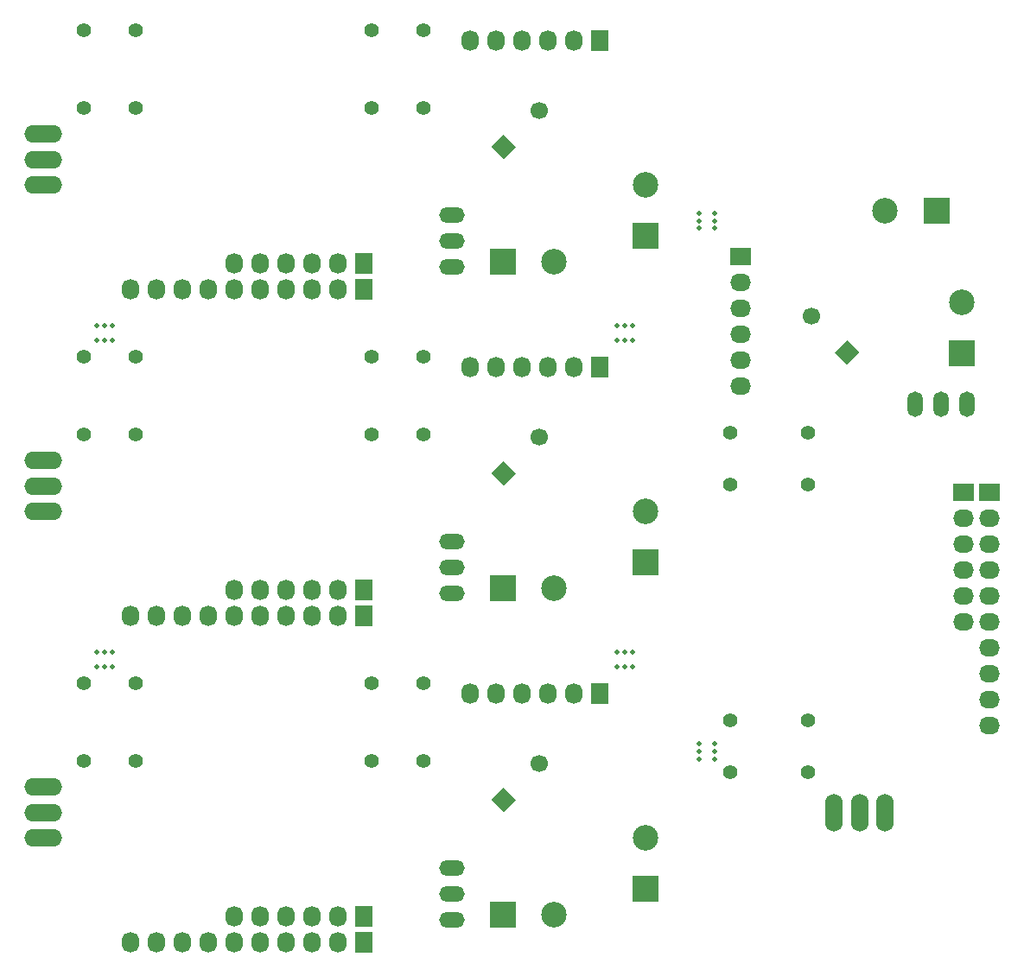
<source format=gbs>
G04 #@! TF.FileFunction,Soldermask,Bot*
%FSLAX46Y46*%
G04 Gerber Fmt 4.6, Leading zero omitted, Abs format (unit mm)*
G04 Created by KiCad (PCBNEW 4.0.2-stable) date Saturday, November 26, 2016 'pmt' 01:20:35 pm*
%MOMM*%
G01*
G04 APERTURE LIST*
%ADD10C,0.100000*%
%ADD11C,0.500000*%
%ADD12R,2.032000X1.727200*%
%ADD13O,2.032000X1.727200*%
%ADD14C,1.397000*%
%ADD15O,1.501140X2.499360*%
%ADD16R,2.500000X2.500000*%
%ADD17C,2.500000*%
%ADD18O,1.700000X3.700000*%
%ADD19C,1.700000*%
%ADD20O,3.700000X1.700000*%
%ADD21R,1.727200X2.032000*%
%ADD22O,1.727200X2.032000*%
%ADD23O,2.499360X1.501140*%
G04 APERTURE END LIST*
D10*
D11*
X136250000Y-108000000D03*
X137750000Y-108000000D03*
X136250000Y-107250000D03*
X136250000Y-108750000D03*
X137750000Y-108750000D03*
X137750000Y-107250000D03*
X136250000Y-56000000D03*
X137750000Y-56000000D03*
X136250000Y-55250000D03*
X136250000Y-56750000D03*
X137750000Y-56750000D03*
X137750000Y-55250000D03*
X129000000Y-66250000D03*
X129000000Y-67750000D03*
X129750000Y-66250000D03*
X128250000Y-66250000D03*
X128250000Y-67750000D03*
X129750000Y-67750000D03*
X129000000Y-98250000D03*
X129000000Y-99750000D03*
X129750000Y-98250000D03*
X128250000Y-98250000D03*
X128250000Y-99750000D03*
X129750000Y-99750000D03*
X78000000Y-98250000D03*
X78000000Y-99750000D03*
X78750000Y-98250000D03*
X77250000Y-98250000D03*
X77250000Y-99750000D03*
X78750000Y-99750000D03*
D12*
X164738000Y-82622000D03*
D13*
X164738000Y-85162000D03*
X164738000Y-87702000D03*
X164738000Y-90242000D03*
X164738000Y-92782000D03*
X164738000Y-95322000D03*
X164738000Y-97862000D03*
X164738000Y-100402000D03*
X164738000Y-102942000D03*
X164738000Y-105482000D03*
D14*
X139338000Y-81860000D03*
X139338000Y-76780000D03*
X146958000Y-81860000D03*
X146958000Y-76780000D03*
X146958000Y-104974000D03*
X146958000Y-110054000D03*
X139338000Y-104974000D03*
X139338000Y-110054000D03*
D15*
X160000000Y-74000000D03*
X162540000Y-74000000D03*
X157460000Y-74000000D03*
D16*
X162000000Y-69000000D03*
D17*
X162000000Y-64000000D03*
D12*
X162198000Y-82622000D03*
D13*
X162198000Y-85162000D03*
X162198000Y-87702000D03*
X162198000Y-90242000D03*
X162198000Y-92782000D03*
X162198000Y-95322000D03*
D12*
X140354000Y-59508000D03*
D13*
X140354000Y-62048000D03*
X140354000Y-64588000D03*
X140354000Y-67128000D03*
X140354000Y-69668000D03*
X140354000Y-72208000D03*
D18*
X154500000Y-114000000D03*
X152000000Y-114000000D03*
X149500000Y-114000000D03*
D16*
X159500000Y-55000000D03*
D17*
X154500000Y-55000000D03*
D19*
X147232466Y-65370466D03*
D10*
G36*
X151970082Y-68906000D02*
X150768000Y-70108082D01*
X149565918Y-68906000D01*
X150768000Y-67703918D01*
X151970082Y-68906000D01*
X151970082Y-68906000D01*
G37*
D19*
X120629534Y-109232466D03*
D10*
G36*
X117094000Y-113970082D02*
X115891918Y-112768000D01*
X117094000Y-111565918D01*
X118296082Y-112768000D01*
X117094000Y-113970082D01*
X117094000Y-113970082D01*
G37*
D16*
X131000000Y-121500000D03*
D17*
X131000000Y-116500000D03*
D20*
X72000000Y-116500000D03*
X72000000Y-114000000D03*
X72000000Y-111500000D03*
D21*
X126492000Y-102354000D03*
D22*
X123952000Y-102354000D03*
X121412000Y-102354000D03*
X118872000Y-102354000D03*
X116332000Y-102354000D03*
X113792000Y-102354000D03*
D21*
X103378000Y-124198000D03*
D22*
X100838000Y-124198000D03*
X98298000Y-124198000D03*
X95758000Y-124198000D03*
X93218000Y-124198000D03*
X90678000Y-124198000D03*
D16*
X117000000Y-124000000D03*
D17*
X122000000Y-124000000D03*
D23*
X112000000Y-122000000D03*
X112000000Y-124540000D03*
X112000000Y-119460000D03*
D14*
X81026000Y-108958000D03*
X75946000Y-108958000D03*
X81026000Y-101338000D03*
X75946000Y-101338000D03*
X104140000Y-101338000D03*
X109220000Y-101338000D03*
X104140000Y-108958000D03*
X109220000Y-108958000D03*
D21*
X103378000Y-126738000D03*
D22*
X100838000Y-126738000D03*
X98298000Y-126738000D03*
X95758000Y-126738000D03*
X93218000Y-126738000D03*
X90678000Y-126738000D03*
X88138000Y-126738000D03*
X85598000Y-126738000D03*
X83058000Y-126738000D03*
X80518000Y-126738000D03*
D21*
X103378000Y-94738000D03*
D22*
X100838000Y-94738000D03*
X98298000Y-94738000D03*
X95758000Y-94738000D03*
X93218000Y-94738000D03*
X90678000Y-94738000D03*
X88138000Y-94738000D03*
X85598000Y-94738000D03*
X83058000Y-94738000D03*
X80518000Y-94738000D03*
D14*
X104140000Y-69338000D03*
X109220000Y-69338000D03*
X104140000Y-76958000D03*
X109220000Y-76958000D03*
X81026000Y-76958000D03*
X75946000Y-76958000D03*
X81026000Y-69338000D03*
X75946000Y-69338000D03*
D23*
X112000000Y-90000000D03*
X112000000Y-92540000D03*
X112000000Y-87460000D03*
D16*
X117000000Y-92000000D03*
D17*
X122000000Y-92000000D03*
D21*
X103378000Y-92198000D03*
D22*
X100838000Y-92198000D03*
X98298000Y-92198000D03*
X95758000Y-92198000D03*
X93218000Y-92198000D03*
X90678000Y-92198000D03*
D21*
X126492000Y-70354000D03*
D22*
X123952000Y-70354000D03*
X121412000Y-70354000D03*
X118872000Y-70354000D03*
X116332000Y-70354000D03*
X113792000Y-70354000D03*
D20*
X72000000Y-84500000D03*
X72000000Y-82000000D03*
X72000000Y-79500000D03*
D16*
X131000000Y-89500000D03*
D17*
X131000000Y-84500000D03*
D19*
X120629534Y-77232466D03*
D10*
G36*
X117094000Y-81970082D02*
X115891918Y-80768000D01*
X117094000Y-79565918D01*
X118296082Y-80768000D01*
X117094000Y-81970082D01*
X117094000Y-81970082D01*
G37*
D19*
X120629534Y-45232466D03*
D10*
G36*
X117094000Y-49970082D02*
X115891918Y-48768000D01*
X117094000Y-47565918D01*
X118296082Y-48768000D01*
X117094000Y-49970082D01*
X117094000Y-49970082D01*
G37*
D16*
X131000000Y-57500000D03*
D17*
X131000000Y-52500000D03*
D20*
X72000000Y-52500000D03*
X72000000Y-50000000D03*
X72000000Y-47500000D03*
D21*
X126492000Y-38354000D03*
D22*
X123952000Y-38354000D03*
X121412000Y-38354000D03*
X118872000Y-38354000D03*
X116332000Y-38354000D03*
X113792000Y-38354000D03*
D21*
X103378000Y-60198000D03*
D22*
X100838000Y-60198000D03*
X98298000Y-60198000D03*
X95758000Y-60198000D03*
X93218000Y-60198000D03*
X90678000Y-60198000D03*
D16*
X117000000Y-60000000D03*
D17*
X122000000Y-60000000D03*
D23*
X112000000Y-58000000D03*
X112000000Y-60540000D03*
X112000000Y-55460000D03*
D14*
X81026000Y-44958000D03*
X75946000Y-44958000D03*
X81026000Y-37338000D03*
X75946000Y-37338000D03*
X104140000Y-37338000D03*
X109220000Y-37338000D03*
X104140000Y-44958000D03*
X109220000Y-44958000D03*
D21*
X103378000Y-62738000D03*
D22*
X100838000Y-62738000D03*
X98298000Y-62738000D03*
X95758000Y-62738000D03*
X93218000Y-62738000D03*
X90678000Y-62738000D03*
X88138000Y-62738000D03*
X85598000Y-62738000D03*
X83058000Y-62738000D03*
X80518000Y-62738000D03*
D11*
X78000000Y-66250000D03*
X78000000Y-67750000D03*
X78750000Y-66250000D03*
X77250000Y-66250000D03*
X77250000Y-67750000D03*
X78750000Y-67750000D03*
M02*

</source>
